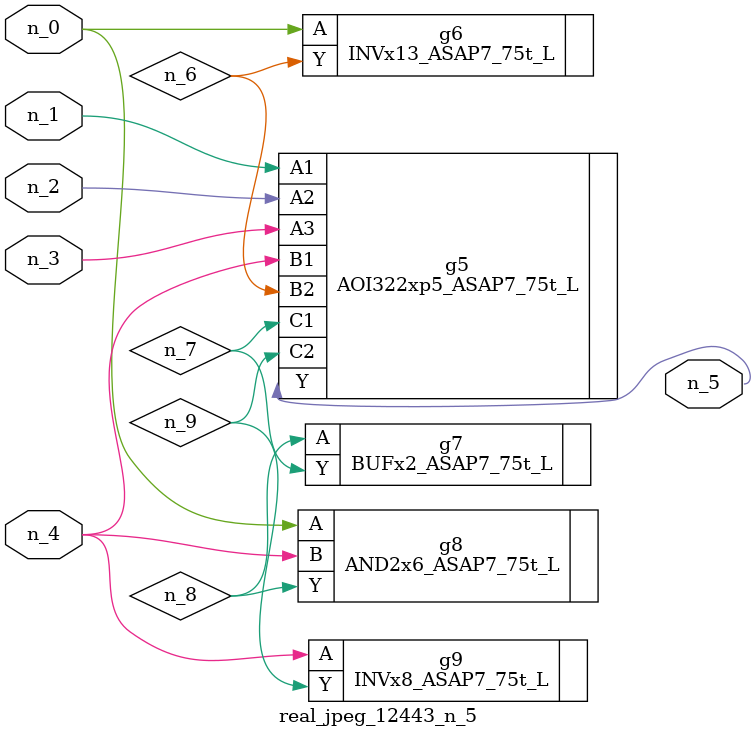
<source format=v>
module real_jpeg_12443_n_5 (n_4, n_0, n_1, n_2, n_3, n_5);

input n_4;
input n_0;
input n_1;
input n_2;
input n_3;

output n_5;

wire n_8;
wire n_6;
wire n_7;
wire n_9;

INVx13_ASAP7_75t_L g6 ( 
.A(n_0),
.Y(n_6)
);

AND2x6_ASAP7_75t_L g8 ( 
.A(n_0),
.B(n_4),
.Y(n_8)
);

AOI322xp5_ASAP7_75t_L g5 ( 
.A1(n_1),
.A2(n_2),
.A3(n_3),
.B1(n_4),
.B2(n_6),
.C1(n_7),
.C2(n_9),
.Y(n_5)
);

INVx8_ASAP7_75t_L g9 ( 
.A(n_4),
.Y(n_9)
);

BUFx2_ASAP7_75t_L g7 ( 
.A(n_8),
.Y(n_7)
);


endmodule
</source>
